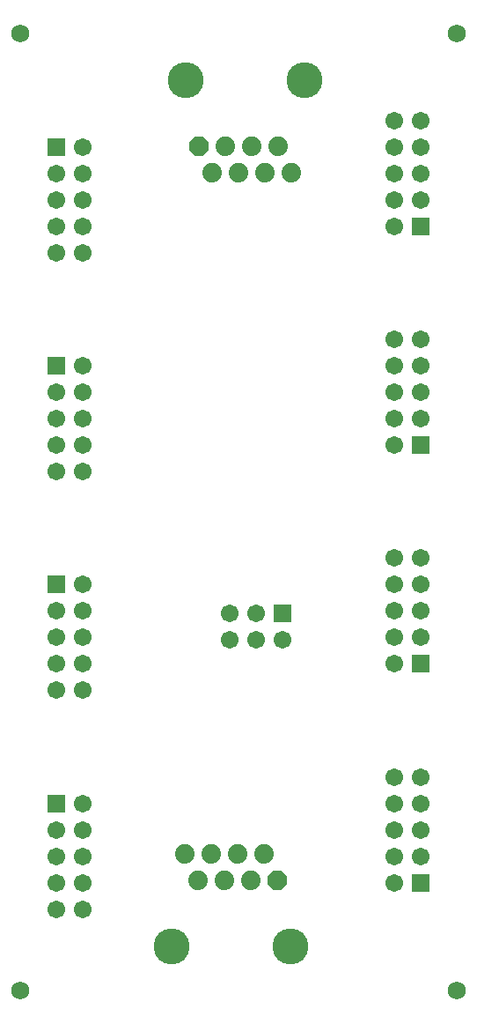
<source format=gbs>
G04 Layer_Color=16711935*
%FSAX44Y44*%
%MOMM*%
G71*
G01*
G75*
%ADD63C,1.8796*%
%ADD64P,2.0345X8X22.5*%
%ADD65C,3.4532*%
%ADD66C,1.7032*%
%ADD67R,1.7032X1.7032*%
%ADD68C,1.7272*%
D63*
X00298130Y00371450D02*
D03*
X00310830Y00346050D02*
D03*
X00323530Y00371450D02*
D03*
X00336230Y00346050D02*
D03*
X00348930Y00371450D02*
D03*
X00361630Y00346050D02*
D03*
X00374330Y00371450D02*
D03*
X00324780Y01025500D02*
D03*
X00337480Y01050900D02*
D03*
X00350180Y01025500D02*
D03*
X00362880Y01050900D02*
D03*
X00375580Y01025500D02*
D03*
X00388280Y01050900D02*
D03*
X00400980Y01025500D02*
D03*
D64*
X00387030Y00346050D02*
D03*
X00312080Y01050900D02*
D03*
D65*
X00285410Y00282550D02*
D03*
X00399730D02*
D03*
X00299380Y01114400D02*
D03*
X00413700D02*
D03*
D66*
X00499600Y00445400D02*
D03*
X00525000D02*
D03*
Y00369200D02*
D03*
Y00394600D02*
D03*
Y00420000D02*
D03*
X00499600Y00343800D02*
D03*
Y00369200D02*
D03*
Y00394600D02*
D03*
Y00420000D02*
D03*
Y00630000D02*
D03*
Y00604600D02*
D03*
Y00579200D02*
D03*
Y00553800D02*
D03*
X00525000Y00630000D02*
D03*
Y00604600D02*
D03*
Y00579200D02*
D03*
Y00655400D02*
D03*
X00499600D02*
D03*
Y00865400D02*
D03*
X00525000D02*
D03*
Y00789200D02*
D03*
Y00814600D02*
D03*
Y00840000D02*
D03*
X00499600Y00763800D02*
D03*
Y00789200D02*
D03*
Y00814600D02*
D03*
Y00840000D02*
D03*
Y01050000D02*
D03*
Y01024600D02*
D03*
Y00999200D02*
D03*
Y00973800D02*
D03*
X00525000Y01050000D02*
D03*
Y01024600D02*
D03*
Y00999200D02*
D03*
Y01075400D02*
D03*
X00499600D02*
D03*
X00200400Y00318400D02*
D03*
X00175000D02*
D03*
Y00394600D02*
D03*
Y00369200D02*
D03*
Y00343800D02*
D03*
X00200400Y00420000D02*
D03*
Y00394600D02*
D03*
Y00369200D02*
D03*
Y00343800D02*
D03*
Y00553800D02*
D03*
Y00579200D02*
D03*
Y00604600D02*
D03*
Y00630000D02*
D03*
X00175000Y00553800D02*
D03*
Y00579200D02*
D03*
Y00604600D02*
D03*
Y00528400D02*
D03*
X00200400D02*
D03*
Y00738400D02*
D03*
X00175000D02*
D03*
Y00814600D02*
D03*
Y00789200D02*
D03*
Y00763800D02*
D03*
X00200400Y00840000D02*
D03*
Y00814600D02*
D03*
Y00789200D02*
D03*
Y00763800D02*
D03*
Y00973800D02*
D03*
Y00999200D02*
D03*
Y01024600D02*
D03*
Y01050000D02*
D03*
X00175000Y00973800D02*
D03*
Y00999200D02*
D03*
Y01024600D02*
D03*
Y00948400D02*
D03*
X00200400D02*
D03*
X00366700Y00602590D02*
D03*
Y00577190D02*
D03*
X00341300Y00602590D02*
D03*
Y00577190D02*
D03*
X00392100D02*
D03*
D67*
X00525000Y00343800D02*
D03*
Y00553800D02*
D03*
Y00763800D02*
D03*
Y00973800D02*
D03*
X00175000Y00420000D02*
D03*
Y00630000D02*
D03*
Y00840000D02*
D03*
Y01050000D02*
D03*
X00392100Y00602590D02*
D03*
D68*
X00560000Y01160000D02*
D03*
X00140000D02*
D03*
X00560000Y00240000D02*
D03*
X00140000D02*
D03*
M02*

</source>
